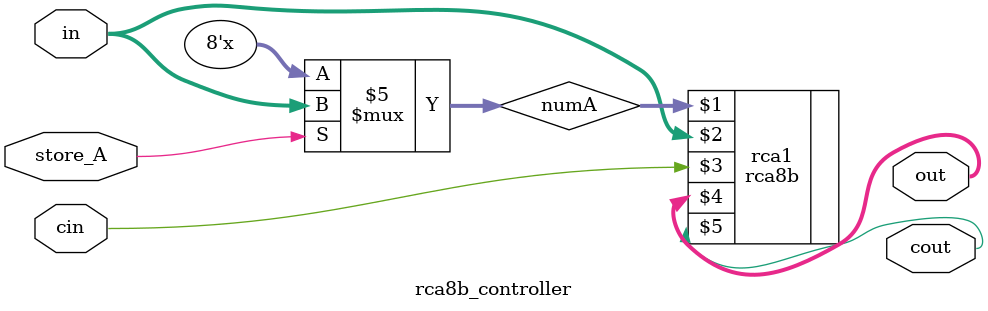
<source format=v>
`timescale 1ns / 1ps
module rca8b_controller(in, cin, store_A, out, cout
    );
	
	// Assigning pins as in/out
	input [7:0] in;
	input store_A, cin;
	output [7:0] out;
	output cout;
	
	// Registers needed to store A
	reg [7:0] numA;
	initial numA = 8'b00000000;
	
	// Logic connections
	// RCA adds the register and the RT input
	rca8b rca1(numA, in, cin, out, cout);
	
	// Update register when button is pressed
	always @(*)
	begin
		if (store_A == 1)	numA = in;
	end
	
endmodule

</source>
